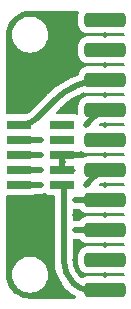
<source format=gbr>
%TF.GenerationSoftware,KiCad,Pcbnew,(6.0.5)*%
%TF.CreationDate,2022-06-17T13:24:51+08:00*%
%TF.ProjectId,JLINK_MINI_ADAPTER,4a4c494e-4b5f-44d4-994e-495f41444150,rev?*%
%TF.SameCoordinates,PX853a720PY66f2fb0*%
%TF.FileFunction,Copper,L2,Bot*%
%TF.FilePolarity,Positive*%
%FSLAX46Y46*%
G04 Gerber Fmt 4.6, Leading zero omitted, Abs format (unit mm)*
G04 Created by KiCad (PCBNEW (6.0.5)) date 2022-06-17 13:24:51*
%MOMM*%
%LPD*%
G01*
G04 APERTURE LIST*
G04 Aperture macros list*
%AMRoundRect*
0 Rectangle with rounded corners*
0 $1 Rounding radius*
0 $2 $3 $4 $5 $6 $7 $8 $9 X,Y pos of 4 corners*
0 Add a 4 corners polygon primitive as box body*
4,1,4,$2,$3,$4,$5,$6,$7,$8,$9,$2,$3,0*
0 Add four circle primitives for the rounded corners*
1,1,$1+$1,$2,$3*
1,1,$1+$1,$4,$5*
1,1,$1+$1,$6,$7*
1,1,$1+$1,$8,$9*
0 Add four rect primitives between the rounded corners*
20,1,$1+$1,$2,$3,$4,$5,0*
20,1,$1+$1,$4,$5,$6,$7,0*
20,1,$1+$1,$6,$7,$8,$9,0*
20,1,$1+$1,$8,$9,$2,$3,0*%
G04 Aperture macros list end*
%TA.AperFunction,SMDPad,CuDef*%
%ADD10R,2.100000X0.750000*%
%TD*%
%TA.AperFunction,SMDPad,CuDef*%
%ADD11RoundRect,0.312500X-1.437500X-0.312500X1.437500X-0.312500X1.437500X0.312500X-1.437500X0.312500X0*%
%TD*%
%TA.AperFunction,ViaPad*%
%ADD12C,0.508000*%
%TD*%
%TA.AperFunction,Conductor*%
%ADD13C,0.508000*%
%TD*%
%TA.AperFunction,Conductor*%
%ADD14C,0.254000*%
%TD*%
G04 APERTURE END LIST*
D10*
%TO.P,J1,1,Pin_1*%
%TO.N,/VTref*%
X5229000Y10160000D03*
%TO.P,J1,2,Pin_2*%
%TO.N,/SWDIO{slash}TMS*%
X1629000Y10160000D03*
%TO.P,J1,3,Pin_3*%
%TO.N,/GND*%
X5229000Y11430000D03*
%TO.P,J1,4,Pin_4*%
%TO.N,/SWCLK{slash}TCK*%
X1629000Y11430000D03*
%TO.P,J1,5,Pin_5*%
%TO.N,/GND*%
X5229000Y12700000D03*
%TO.P,J1,6,Pin_6*%
%TO.N,/SWO{slash}TDO*%
X1629000Y12700000D03*
%TO.P,J1,7,Pin_7*%
%TO.N,unconnected-(J1-Pad7)*%
X5229000Y13970000D03*
%TO.P,J1,8,Pin_8*%
%TO.N,/TDI*%
X1629000Y13970000D03*
%TO.P,J1,9,Pin_9*%
%TO.N,unconnected-(J1-Pad9)*%
X5229000Y15240000D03*
%TO.P,J1,10,Pin_10*%
%TO.N,/nRESET*%
X1629000Y15240000D03*
%TD*%
D11*
%TO.P,J2,1,Pin_1*%
%TO.N,/VTref*%
X8890000Y1270000D03*
%TO.P,J2,3,Pin_3*%
%TO.N,unconnected-(J2-Pad3)*%
X8890000Y3810000D03*
%TO.P,J2,5,Pin_5*%
%TO.N,/TDI*%
X8890000Y6350000D03*
%TO.P,J2,7,Pin_7*%
%TO.N,/SWDIO{slash}TMS*%
X8890000Y8890000D03*
%TO.P,J2,9,Pin_9*%
%TO.N,/SWCLK{slash}TCK*%
X8890000Y11430000D03*
%TO.P,J2,11,Pin_11*%
%TO.N,unconnected-(J2-Pad11)*%
X8890000Y13970000D03*
%TO.P,J2,13,Pin_13*%
%TO.N,/SWO{slash}TDO*%
X8890000Y16510000D03*
%TO.P,J2,15,Pin_15*%
%TO.N,/nRESET*%
X8890000Y19050000D03*
%TO.P,J2,17,Pin_17*%
%TO.N,unconnected-(J2-Pad17)*%
X8890000Y21590000D03*
%TO.P,J2,19,Pin_19*%
%TO.N,unconnected-(J2-Pad19)*%
X8890000Y24130000D03*
%TD*%
D12*
%TO.N,/SWDIO{slash}TMS*%
X3429000Y10160000D03*
X6350000Y8890000D03*
%TO.N,/GND*%
X6223000Y16510000D03*
X889000Y16510000D03*
X8890000Y20320000D03*
X4826000Y19050000D03*
X4064000Y24130000D03*
X8890000Y2540000D03*
X4064000Y21590000D03*
X4191000Y4064000D03*
X6350000Y7620000D03*
X2794000Y17272000D03*
X8890000Y15240000D03*
X8890000Y17780000D03*
X6223000Y21590000D03*
X889000Y21590000D03*
X5334000Y889000D03*
X8890000Y7620000D03*
X1016000Y4318000D03*
X1016000Y8636000D03*
X6350000Y3810000D03*
X1016000Y6604000D03*
X5334000Y12065000D03*
X8890000Y5080000D03*
X8890000Y12700000D03*
X8890000Y22860000D03*
X3810000Y889000D03*
X2921000Y6223000D03*
X889000Y19050000D03*
X6223000Y24130000D03*
X8890000Y10160000D03*
%TO.N,/SWCLK{slash}TCK*%
X7239000Y10160000D03*
X3429000Y11430000D03*
%TO.N,/SWO{slash}TDO*%
X3429000Y12700000D03*
X7239000Y15240000D03*
%TO.N,/TDI*%
X3429000Y13970000D03*
X6350000Y6350000D03*
%TD*%
D13*
%TO.N,/VTref*%
X8890000Y1270000D02*
X7449420Y1270000D01*
X5379000Y3815596D02*
X5379000Y10160000D01*
X5378999Y3815596D02*
G75*
G03*
X6223000Y1778000I2881601J4D01*
G01*
X6222994Y1777994D02*
G75*
G03*
X7449420Y1270000I1226406J1226406D01*
G01*
%TO.N,/SWDIO{slash}TMS*%
X1479000Y10160000D02*
X3429000Y10160000D01*
X8890000Y8890000D02*
X6350000Y8890000D01*
D14*
%TO.N,/GND*%
X5379000Y11430000D02*
X6236290Y11430000D01*
D13*
%TO.N,/SWCLK{slash}TCK*%
X8239593Y11160592D02*
X7239000Y10160000D01*
X1479000Y11430000D02*
X3429000Y11430000D01*
X8239596Y11160589D02*
G75*
G02*
X8890000Y11430000I650404J-650389D01*
G01*
%TO.N,/SWO{slash}TDO*%
X8239593Y16240592D02*
X7239000Y15240000D01*
X1479000Y12700000D02*
X3429000Y12700000D01*
X8239596Y16240589D02*
G75*
G02*
X8890000Y16510000I650404J-650389D01*
G01*
%TO.N,/TDI*%
X1479000Y13970000D02*
X3429000Y13970000D01*
X8890000Y6350000D02*
X6350000Y6350000D01*
%TO.N,/nRESET*%
X1821580Y15240000D02*
X1479000Y15240000D01*
X4553949Y17253949D02*
X3048000Y15748000D01*
X4553950Y17253948D02*
G75*
G02*
X8890000Y19050000I4336050J-4336048D01*
G01*
X1821580Y15240009D02*
G75*
G03*
X3048000Y15748000I20J1734391D01*
G01*
%TD*%
%TA.AperFunction,Conductor*%
%TO.N,/SWCLK{slash}TCK*%
G36*
X1647490Y11759754D02*
G01*
X1691024Y11740163D01*
X1691211Y11740079D01*
X1717296Y11730331D01*
X1739232Y11722134D01*
X1739238Y11722132D01*
X1739436Y11722058D01*
X1786463Y11708352D01*
X1833804Y11698376D01*
X1882968Y11691541D01*
X1935465Y11687264D01*
X1945748Y11686850D01*
X1992749Y11684959D01*
X1992768Y11684959D01*
X1992806Y11684957D01*
X1992863Y11684956D01*
X1992870Y11684956D01*
X2006823Y11684754D01*
X2056502Y11684035D01*
X2128063Y11683911D01*
X2197287Y11683987D01*
X2205564Y11680569D01*
X2209000Y11672287D01*
X2209000Y11187713D01*
X2205573Y11179440D01*
X2197287Y11176013D01*
X2128063Y11176090D01*
X2056502Y11175966D01*
X2006823Y11175247D01*
X1992870Y11175045D01*
X1992863Y11175045D01*
X1992806Y11175044D01*
X1992768Y11175042D01*
X1992749Y11175042D01*
X1945748Y11173151D01*
X1935465Y11172737D01*
X1882968Y11168460D01*
X1833804Y11161625D01*
X1786463Y11151649D01*
X1739436Y11137943D01*
X1739238Y11137869D01*
X1739232Y11137867D01*
X1717296Y11129670D01*
X1691211Y11119922D01*
X1668839Y11109853D01*
X1647491Y11100246D01*
X1638540Y11099975D01*
X1634579Y11102482D01*
X1302769Y11421567D01*
X1299181Y11429771D01*
X1302769Y11438433D01*
X1634579Y11757518D01*
X1642918Y11760783D01*
X1647490Y11759754D01*
G37*
%TD.AperFunction*%
%TD*%
%TA.AperFunction,Conductor*%
%TO.N,/SWCLK{slash}TCK*%
G36*
X8453270Y11866118D02*
G01*
X9173558Y11539169D01*
X9179675Y11532629D01*
X9179179Y11523266D01*
X8824265Y10816180D01*
X8817491Y10810324D01*
X8812463Y10809807D01*
X8810519Y10810032D01*
X8795216Y10811803D01*
X8725721Y10819845D01*
X8725684Y10819849D01*
X8639512Y10829149D01*
X8639497Y10829150D01*
X8639352Y10829166D01*
X8639215Y10829176D01*
X8639190Y10829178D01*
X8576907Y10833609D01*
X8559721Y10834832D01*
X8530719Y10834837D01*
X8485380Y10834845D01*
X8485062Y10834845D01*
X8445692Y10830638D01*
X8414008Y10827252D01*
X8414003Y10827251D01*
X8413609Y10827209D01*
X8372041Y10816949D01*
X8344014Y10810032D01*
X8344010Y10810031D01*
X8343594Y10809928D01*
X8273253Y10781002D01*
X8272905Y10780797D01*
X8272896Y10780793D01*
X8225512Y10752948D01*
X8200819Y10738437D01*
X8124525Y10680234D01*
X8050866Y10612042D01*
X8042469Y10608938D01*
X8034647Y10612356D01*
X7691531Y10955473D01*
X7688104Y10963746D01*
X7691392Y10971878D01*
X7797036Y11081165D01*
X7797045Y11081174D01*
X7797114Y11081246D01*
X7890183Y11184975D01*
X7967223Y11277757D01*
X8032853Y11362554D01*
X8091691Y11442328D01*
X8148334Y11520010D01*
X8148437Y11520148D01*
X8207346Y11598494D01*
X8207571Y11598785D01*
X8273502Y11680958D01*
X8273809Y11681325D01*
X8351367Y11770284D01*
X8351705Y11770654D01*
X8439953Y11863523D01*
X8448136Y11867160D01*
X8453270Y11866118D01*
G37*
%TD.AperFunction*%
%TD*%
%TA.AperFunction,Conductor*%
%TO.N,/SWDIO{slash}TMS*%
G36*
X1647490Y10489754D02*
G01*
X1691024Y10470163D01*
X1691211Y10470079D01*
X1717296Y10460331D01*
X1739232Y10452134D01*
X1739238Y10452132D01*
X1739436Y10452058D01*
X1786463Y10438352D01*
X1833804Y10428376D01*
X1882968Y10421541D01*
X1935465Y10417264D01*
X1945748Y10416850D01*
X1992749Y10414959D01*
X1992768Y10414959D01*
X1992806Y10414957D01*
X1992863Y10414956D01*
X1992870Y10414956D01*
X2006823Y10414754D01*
X2056502Y10414035D01*
X2128063Y10413911D01*
X2197287Y10413987D01*
X2205564Y10410569D01*
X2209000Y10402287D01*
X2209000Y9917713D01*
X2205573Y9909440D01*
X2197287Y9906013D01*
X2128063Y9906090D01*
X2056502Y9905966D01*
X2006823Y9905247D01*
X1992870Y9905045D01*
X1992863Y9905045D01*
X1992806Y9905044D01*
X1992768Y9905042D01*
X1992749Y9905042D01*
X1945748Y9903151D01*
X1935465Y9902737D01*
X1882968Y9898460D01*
X1833804Y9891625D01*
X1786463Y9881649D01*
X1739436Y9867943D01*
X1739238Y9867869D01*
X1739232Y9867867D01*
X1717296Y9859670D01*
X1691211Y9849922D01*
X1668839Y9839853D01*
X1647491Y9830246D01*
X1638540Y9829975D01*
X1634579Y9832482D01*
X1302769Y10151567D01*
X1299181Y10159771D01*
X1302769Y10168433D01*
X1634579Y10487518D01*
X1642918Y10490783D01*
X1647490Y10489754D01*
G37*
%TD.AperFunction*%
%TD*%
%TA.AperFunction,Conductor*%
%TO.N,/GND*%
G36*
X3814660Y9420300D02*
G01*
X3815739Y9421739D01*
X3932295Y9334385D01*
X4068684Y9283255D01*
X4130866Y9276500D01*
X4490500Y9276500D01*
X4558621Y9256498D01*
X4605114Y9202842D01*
X4616500Y9150500D01*
X4616500Y3878037D01*
X4615274Y3860501D01*
X4611974Y3837020D01*
X4611675Y3815595D01*
X4612115Y3811671D01*
X4612166Y3810627D01*
X4612631Y3804854D01*
X4613992Y3777160D01*
X4629673Y3457980D01*
X4682210Y3103810D01*
X4682960Y3100816D01*
X4759485Y2795312D01*
X4769208Y2756494D01*
X4770245Y2753595D01*
X4770248Y2753586D01*
X4795717Y2682407D01*
X4889830Y2419379D01*
X4891146Y2416596D01*
X4891150Y2416587D01*
X4977672Y2233653D01*
X5042915Y2095709D01*
X5044498Y2093068D01*
X5225398Y1791253D01*
X5225404Y1791244D01*
X5226987Y1788603D01*
X5228830Y1786118D01*
X5339140Y1637383D01*
X5440275Y1501018D01*
X5613249Y1310171D01*
X5653773Y1265460D01*
X5661039Y1256675D01*
X5665481Y1250780D01*
X5680419Y1235419D01*
X5683514Y1232948D01*
X5683523Y1232940D01*
X5690087Y1227700D01*
X5695433Y1223183D01*
X5890159Y1049167D01*
X6118883Y886879D01*
X6121975Y885170D01*
X6121980Y885167D01*
X6302756Y785257D01*
X6364340Y751221D01*
X6367601Y749870D01*
X6370795Y748332D01*
X6370096Y746881D01*
X6420382Y706349D01*
X6442795Y638983D01*
X6425230Y570194D01*
X6373262Y521821D01*
X6316875Y508500D01*
X2589367Y508500D01*
X2569982Y510000D01*
X2555149Y512310D01*
X2555145Y512310D01*
X2546276Y513691D01*
X2537374Y512527D01*
X2537371Y512527D01*
X2529988Y511561D01*
X2505409Y510767D01*
X2460799Y513691D01*
X2283078Y525340D01*
X2266738Y527491D01*
X2144522Y551801D01*
X2022304Y576112D01*
X2006394Y580375D01*
X1770398Y660485D01*
X1755174Y666791D01*
X1531658Y777016D01*
X1517384Y785257D01*
X1310171Y923713D01*
X1297095Y933746D01*
X1109722Y1098068D01*
X1098068Y1109722D01*
X933746Y1297095D01*
X923713Y1310171D01*
X785257Y1517384D01*
X777016Y1531658D01*
X666791Y1755174D01*
X660484Y1770400D01*
X580375Y2006394D01*
X576111Y2022307D01*
X573310Y2036392D01*
X527491Y2266738D01*
X525340Y2283078D01*
X511476Y2494593D01*
X512650Y2517768D01*
X512334Y2517796D01*
X512770Y2522656D01*
X513576Y2527448D01*
X513729Y2540000D01*
X1010786Y2540000D01*
X1029613Y2300778D01*
X1030767Y2295971D01*
X1030768Y2295965D01*
X1053999Y2199202D01*
X1085631Y2067447D01*
X1087524Y2062876D01*
X1087525Y2062874D01*
X1152790Y1905311D01*
X1177460Y1845751D01*
X1302840Y1641151D01*
X1458682Y1458682D01*
X1641151Y1302840D01*
X1845751Y1177460D01*
X1850321Y1175567D01*
X1850323Y1175566D01*
X2037421Y1098068D01*
X2067447Y1085631D01*
X2149037Y1066043D01*
X2295965Y1030768D01*
X2295971Y1030767D01*
X2300778Y1029613D01*
X2540000Y1010786D01*
X2779222Y1029613D01*
X2784029Y1030767D01*
X2784035Y1030768D01*
X2930963Y1066043D01*
X3012553Y1085631D01*
X3042579Y1098068D01*
X3229677Y1175566D01*
X3229679Y1175567D01*
X3234249Y1177460D01*
X3438849Y1302840D01*
X3621318Y1458682D01*
X3777160Y1641151D01*
X3902540Y1845751D01*
X3927211Y1905311D01*
X3992475Y2062874D01*
X3992476Y2062876D01*
X3994369Y2067447D01*
X4026001Y2199202D01*
X4049232Y2295965D01*
X4049233Y2295971D01*
X4050387Y2300778D01*
X4069214Y2540000D01*
X4050387Y2779222D01*
X4049233Y2784029D01*
X4049232Y2784035D01*
X3995524Y3007741D01*
X3994369Y3012553D01*
X3992475Y3017126D01*
X3904434Y3229677D01*
X3904433Y3229679D01*
X3902540Y3234249D01*
X3777160Y3438849D01*
X3621318Y3621318D01*
X3438849Y3777160D01*
X3234249Y3902540D01*
X3229679Y3904433D01*
X3229677Y3904434D01*
X3017126Y3992475D01*
X3017124Y3992476D01*
X3012553Y3994369D01*
X2930963Y4013957D01*
X2784035Y4049232D01*
X2784029Y4049233D01*
X2779222Y4050387D01*
X2540000Y4069214D01*
X2300778Y4050387D01*
X2295971Y4049233D01*
X2295965Y4049232D01*
X2149037Y4013957D01*
X2067447Y3994369D01*
X2062876Y3992476D01*
X2062874Y3992475D01*
X1850323Y3904434D01*
X1850321Y3904433D01*
X1845751Y3902540D01*
X1641151Y3777160D01*
X1458682Y3621318D01*
X1302840Y3438849D01*
X1177460Y3234249D01*
X1175567Y3229679D01*
X1175566Y3229677D01*
X1087525Y3017126D01*
X1085631Y3012553D01*
X1084476Y3007741D01*
X1030768Y2784035D01*
X1030767Y2784029D01*
X1029613Y2779222D01*
X1011274Y2546200D01*
X1010786Y2540000D01*
X513729Y2540000D01*
X509773Y2567624D01*
X508500Y2585486D01*
X508500Y9150500D01*
X528502Y9218621D01*
X582158Y9265114D01*
X634500Y9276500D01*
X2727134Y9276500D01*
X2789316Y9283255D01*
X2925705Y9334385D01*
X2976331Y9372327D01*
X3042835Y9397174D01*
X3051894Y9397500D01*
X3369659Y9397500D01*
X3386323Y9396393D01*
X3405948Y9393774D01*
X3405953Y9393774D01*
X3412930Y9392843D01*
X3419941Y9393481D01*
X3419945Y9393481D01*
X3458399Y9396981D01*
X3469819Y9397500D01*
X3473525Y9397500D01*
X3505506Y9401228D01*
X3508633Y9401552D01*
X3576273Y9407708D01*
X3576275Y9407708D01*
X3583292Y9408347D01*
X3589993Y9410524D01*
X3590917Y9410714D01*
X3596406Y9411595D01*
X3598337Y9412052D01*
X3605607Y9412899D01*
X3674505Y9437907D01*
X3678553Y9439299D01*
X3696767Y9445217D01*
X3767735Y9447244D01*
X3814660Y9420300D01*
G37*
%TD.AperFunction*%
%TA.AperFunction,Conductor*%
G36*
X6307323Y5586393D02*
G01*
X6326948Y5583774D01*
X6326953Y5583774D01*
X6333930Y5582843D01*
X6340941Y5583481D01*
X6340945Y5583481D01*
X6379399Y5586981D01*
X6390819Y5587500D01*
X6700515Y5587500D01*
X6768636Y5567498D01*
X6798987Y5540109D01*
X6868292Y5453292D01*
X7012240Y5338379D01*
X7178070Y5258214D01*
X7184931Y5256630D01*
X7352341Y5217980D01*
X7352344Y5217980D01*
X7357540Y5216780D01*
X7362396Y5216500D01*
X10414500Y5216500D01*
X10482621Y5196498D01*
X10529114Y5142842D01*
X10540500Y5090500D01*
X10540500Y5069500D01*
X10520498Y5001379D01*
X10466842Y4954886D01*
X10414500Y4943500D01*
X7362396Y4943500D01*
X7357540Y4943220D01*
X7352344Y4942020D01*
X7352341Y4942020D01*
X7184931Y4903370D01*
X7178070Y4901786D01*
X7012240Y4821621D01*
X6868292Y4706708D01*
X6753379Y4562760D01*
X6673214Y4396930D01*
X6631780Y4217460D01*
X6631500Y4212604D01*
X6631500Y3407396D01*
X6631780Y3402540D01*
X6632980Y3397344D01*
X6632980Y3397341D01*
X6646852Y3337255D01*
X6673214Y3223070D01*
X6676280Y3216728D01*
X6725117Y3115704D01*
X6753379Y3057240D01*
X6868292Y2913292D01*
X7012240Y2798379D01*
X7178070Y2718214D01*
X7184931Y2716630D01*
X7352341Y2677980D01*
X7352344Y2677980D01*
X7357540Y2676780D01*
X7362396Y2676500D01*
X10414500Y2676500D01*
X10482621Y2656498D01*
X10529114Y2602842D01*
X10540500Y2550500D01*
X10540500Y2529500D01*
X10520498Y2461379D01*
X10466842Y2414886D01*
X10414500Y2403500D01*
X7362396Y2403500D01*
X7357540Y2403220D01*
X7352344Y2402020D01*
X7352341Y2402020D01*
X7184931Y2363370D01*
X7178070Y2361786D01*
X7122842Y2335088D01*
X7028243Y2289357D01*
X7012240Y2281621D01*
X6991361Y2264953D01*
X6985807Y2260520D01*
X6920090Y2233653D01*
X6850280Y2246581D01*
X6825370Y2263180D01*
X6794720Y2289357D01*
X6782336Y2302339D01*
X6782333Y2302336D01*
X6777418Y2307390D01*
X6773104Y2312952D01*
X6767667Y2317418D01*
X6767663Y2317422D01*
X6753657Y2328926D01*
X6739684Y2342330D01*
X6608538Y2489083D01*
X6599730Y2500127D01*
X6470396Y2682407D01*
X6462879Y2694370D01*
X6457539Y2704032D01*
X6354779Y2889964D01*
X6348651Y2902687D01*
X6346078Y2908899D01*
X6263119Y3109179D01*
X6258460Y3122493D01*
X6196589Y3337255D01*
X6193445Y3351030D01*
X6156009Y3571357D01*
X6154427Y3585398D01*
X6152230Y3624531D01*
X6144022Y3770682D01*
X6144817Y3793535D01*
X6145367Y3797892D01*
X6145367Y3797893D01*
X6146250Y3804883D01*
X6144813Y3819544D01*
X6142101Y3847198D01*
X6141500Y3859493D01*
X6141500Y5461500D01*
X6161502Y5529621D01*
X6215158Y5576114D01*
X6267500Y5587500D01*
X6290659Y5587500D01*
X6307323Y5586393D01*
G37*
%TD.AperFunction*%
%TA.AperFunction,Conductor*%
G36*
X6307323Y8126393D02*
G01*
X6326948Y8123774D01*
X6326953Y8123774D01*
X6333930Y8122843D01*
X6340941Y8123481D01*
X6340945Y8123481D01*
X6379399Y8126981D01*
X6390819Y8127500D01*
X6700515Y8127500D01*
X6768636Y8107498D01*
X6798987Y8080109D01*
X6868292Y7993292D01*
X7012240Y7878379D01*
X7178070Y7798214D01*
X7184931Y7796630D01*
X7352341Y7757980D01*
X7352344Y7757980D01*
X7357540Y7756780D01*
X7362396Y7756500D01*
X10414500Y7756500D01*
X10482621Y7736498D01*
X10529114Y7682842D01*
X10540500Y7630500D01*
X10540500Y7609500D01*
X10520498Y7541379D01*
X10466842Y7494886D01*
X10414500Y7483500D01*
X7362396Y7483500D01*
X7357540Y7483220D01*
X7352344Y7482020D01*
X7352341Y7482020D01*
X7184931Y7443370D01*
X7178070Y7441786D01*
X7012240Y7361621D01*
X6868292Y7246708D01*
X6863899Y7241205D01*
X6798986Y7159891D01*
X6740855Y7119132D01*
X6700515Y7112500D01*
X6403150Y7112500D01*
X6388231Y7113386D01*
X6384903Y7113783D01*
X6355357Y7117306D01*
X6348354Y7116570D01*
X6348351Y7116570D01*
X6313164Y7112872D01*
X6308599Y7112500D01*
X6305475Y7112500D01*
X6301849Y7112077D01*
X6301845Y7112077D01*
X6282090Y7109774D01*
X6212112Y7121753D01*
X6159718Y7169664D01*
X6141500Y7234926D01*
X6141500Y8001500D01*
X6161502Y8069621D01*
X6215158Y8116114D01*
X6267500Y8127500D01*
X6290659Y8127500D01*
X6307323Y8126393D01*
G37*
%TD.AperFunction*%
%TA.AperFunction,Conductor*%
G36*
X10482621Y10276498D02*
G01*
X10529114Y10222842D01*
X10540500Y10170500D01*
X10540500Y10149500D01*
X10520498Y10081379D01*
X10466842Y10034886D01*
X10414500Y10023500D01*
X8492583Y10023500D01*
X8424462Y10043502D01*
X8377969Y10097158D01*
X8367865Y10167432D01*
X8397359Y10232012D01*
X8406984Y10241959D01*
X8429667Y10262959D01*
X8493243Y10294560D01*
X8515266Y10296500D01*
X10414500Y10296500D01*
X10482621Y10276498D01*
G37*
%TD.AperFunction*%
%TA.AperFunction,Conductor*%
G36*
X6971929Y12990559D02*
G01*
X7012240Y12958379D01*
X7018583Y12955313D01*
X7018584Y12955312D01*
X7098352Y12916751D01*
X7178070Y12878214D01*
X7184931Y12876630D01*
X7352341Y12837980D01*
X7352344Y12837980D01*
X7357540Y12836780D01*
X7362396Y12836500D01*
X10414500Y12836500D01*
X10482621Y12816498D01*
X10529114Y12762842D01*
X10540500Y12710500D01*
X10540500Y12689500D01*
X10520498Y12621379D01*
X10466842Y12574886D01*
X10414500Y12563500D01*
X7362396Y12563500D01*
X7357540Y12563220D01*
X7352344Y12562020D01*
X7352341Y12562020D01*
X7237684Y12535549D01*
X7178070Y12521786D01*
X7171727Y12518720D01*
X7171728Y12518720D01*
X7036958Y12453570D01*
X7012240Y12441621D01*
X6973143Y12410410D01*
X6907428Y12383544D01*
X6837618Y12396471D01*
X6811952Y12420588D01*
X6810486Y12418896D01*
X6781135Y12444329D01*
X6773452Y12446000D01*
X5501115Y12446000D01*
X5485876Y12441525D01*
X5484671Y12440135D01*
X5483000Y12432452D01*
X5483000Y11302000D01*
X5462998Y11233879D01*
X5409342Y11187386D01*
X5357000Y11176000D01*
X5101000Y11176000D01*
X5032879Y11196002D01*
X4986386Y11249658D01*
X4975000Y11302000D01*
X4975000Y12828000D01*
X4995002Y12896121D01*
X5048658Y12942614D01*
X5101000Y12954000D01*
X6768884Y12954000D01*
X6784122Y12958474D01*
X6798095Y12974600D01*
X6857821Y13012984D01*
X6928817Y13012984D01*
X6971929Y12990559D01*
G37*
%TD.AperFunction*%
%TA.AperFunction,Conductor*%
G36*
X10482621Y15356498D02*
G01*
X10529114Y15302842D01*
X10540500Y15250500D01*
X10540500Y15229500D01*
X10520498Y15161379D01*
X10466842Y15114886D01*
X10414500Y15103500D01*
X8492583Y15103500D01*
X8424462Y15123502D01*
X8377969Y15177158D01*
X8367865Y15247432D01*
X8397359Y15312012D01*
X8406984Y15321959D01*
X8429667Y15342959D01*
X8493243Y15374560D01*
X8515266Y15376500D01*
X10414500Y15376500D01*
X10482621Y15356498D01*
G37*
%TD.AperFunction*%
%TA.AperFunction,Conductor*%
G36*
X7171067Y17961599D02*
G01*
X7178070Y17958214D01*
X7184931Y17956630D01*
X7352341Y17917980D01*
X7352344Y17917980D01*
X7357540Y17916780D01*
X7362396Y17916500D01*
X10414500Y17916500D01*
X10482621Y17896498D01*
X10529114Y17842842D01*
X10540500Y17790500D01*
X10540500Y17769500D01*
X10520498Y17701379D01*
X10466842Y17654886D01*
X10414500Y17643500D01*
X7362396Y17643500D01*
X7357540Y17643220D01*
X7352344Y17642020D01*
X7352341Y17642020D01*
X7184931Y17603370D01*
X7178070Y17601786D01*
X7012240Y17521621D01*
X6868292Y17406708D01*
X6753379Y17262760D01*
X6673214Y17096930D01*
X6671630Y17090069D01*
X6650286Y16997616D01*
X6631780Y16917460D01*
X6631500Y16912604D01*
X6631500Y16207753D01*
X6611498Y16139632D01*
X6557842Y16093139D01*
X6487568Y16083035D01*
X6461271Y16089771D01*
X6396718Y16113971D01*
X6396712Y16113973D01*
X6389316Y16116745D01*
X6327134Y16123500D01*
X4806028Y16123500D01*
X4737907Y16143502D01*
X4691414Y16197158D01*
X4681310Y16267432D01*
X4710804Y16332012D01*
X4716933Y16338595D01*
X5053351Y16675013D01*
X5065213Y16685471D01*
X5088901Y16703846D01*
X5107422Y16726394D01*
X5119258Y16738943D01*
X5399090Y16997616D01*
X5406613Y17004041D01*
X5590795Y17149239D01*
X5729950Y17258940D01*
X5737939Y17264744D01*
X6080271Y17493483D01*
X6088707Y17498652D01*
X6447937Y17699831D01*
X6456742Y17704318D01*
X6830648Y17876691D01*
X6839785Y17880476D01*
X7072617Y17966372D01*
X7143450Y17971184D01*
X7171067Y17961599D01*
G37*
%TD.AperFunction*%
%TA.AperFunction,Conductor*%
G36*
X6625687Y24871498D02*
G01*
X6672180Y24817842D01*
X6682284Y24747568D01*
X6676412Y24723646D01*
X6676282Y24723276D01*
X6673214Y24716930D01*
X6631780Y24537460D01*
X6631500Y24532604D01*
X6631500Y23727396D01*
X6631780Y23722540D01*
X6673214Y23543070D01*
X6676280Y23536728D01*
X6745464Y23393614D01*
X6753379Y23377240D01*
X6868292Y23233292D01*
X7012240Y23118379D01*
X7178070Y23038214D01*
X7184931Y23036630D01*
X7352341Y22997980D01*
X7352344Y22997980D01*
X7357540Y22996780D01*
X7362396Y22996500D01*
X10414500Y22996500D01*
X10482621Y22976498D01*
X10529114Y22922842D01*
X10540500Y22870500D01*
X10540500Y22849500D01*
X10520498Y22781379D01*
X10466842Y22734886D01*
X10414500Y22723500D01*
X7362396Y22723500D01*
X7357540Y22723220D01*
X7352344Y22722020D01*
X7352341Y22722020D01*
X7184931Y22683370D01*
X7178070Y22681786D01*
X7012240Y22601621D01*
X6868292Y22486708D01*
X6753379Y22342760D01*
X6673214Y22176930D01*
X6631780Y21997460D01*
X6631500Y21992604D01*
X6631500Y21187396D01*
X6631780Y21182540D01*
X6673214Y21003070D01*
X6753379Y20837240D01*
X6868292Y20693292D01*
X7012240Y20578379D01*
X7178070Y20498214D01*
X7184931Y20496630D01*
X7352341Y20457980D01*
X7352344Y20457980D01*
X7357540Y20456780D01*
X7362396Y20456500D01*
X10414500Y20456500D01*
X10482621Y20436498D01*
X10529114Y20382842D01*
X10540500Y20330500D01*
X10540500Y20309500D01*
X10520498Y20241379D01*
X10466842Y20194886D01*
X10414500Y20183500D01*
X7362396Y20183500D01*
X7357540Y20183220D01*
X7352344Y20182020D01*
X7352341Y20182020D01*
X7184931Y20143370D01*
X7178070Y20141786D01*
X7012240Y20061621D01*
X6868292Y19946708D01*
X6753379Y19802760D01*
X6673214Y19636930D01*
X6671630Y19630069D01*
X6641502Y19499572D01*
X6606688Y19437697D01*
X6558522Y19408364D01*
X6481174Y19382620D01*
X6479047Y19381912D01*
X6476987Y19381059D01*
X6476977Y19381055D01*
X6026119Y19194303D01*
X6026114Y19194300D01*
X6024053Y19193447D01*
X5583662Y18973003D01*
X5160120Y18721704D01*
X4755585Y18440830D01*
X4372117Y18131812D01*
X4038416Y17821125D01*
X4032861Y17816469D01*
X4032897Y17816427D01*
X4029890Y17813850D01*
X4026729Y17811468D01*
X4011368Y17796530D01*
X4008903Y17793442D01*
X3988751Y17768198D01*
X3979374Y17757712D01*
X2548606Y16326944D01*
X2536737Y16316479D01*
X2513048Y16298104D01*
X2499931Y16282135D01*
X2484401Y16266304D01*
X2400394Y16194556D01*
X2384411Y16182944D01*
X2320047Y16143502D01*
X2317705Y16142067D01*
X2251871Y16123500D01*
X634500Y16123500D01*
X566379Y16143502D01*
X519886Y16197158D01*
X508500Y16249500D01*
X508500Y22806750D01*
X510246Y22827655D01*
X512770Y22842656D01*
X512770Y22842659D01*
X513576Y22847448D01*
X513729Y22860000D01*
X1010786Y22860000D01*
X1029613Y22620778D01*
X1030767Y22615971D01*
X1030768Y22615965D01*
X1060746Y22491101D01*
X1085631Y22387447D01*
X1087524Y22382876D01*
X1087525Y22382874D01*
X1172830Y22176930D01*
X1177460Y22165751D01*
X1302840Y21961151D01*
X1458682Y21778682D01*
X1641151Y21622840D01*
X1845751Y21497460D01*
X1850321Y21495567D01*
X1850323Y21495566D01*
X2062874Y21407525D01*
X2067447Y21405631D01*
X2149037Y21386043D01*
X2295965Y21350768D01*
X2295971Y21350767D01*
X2300778Y21349613D01*
X2540000Y21330786D01*
X2779222Y21349613D01*
X2784029Y21350767D01*
X2784035Y21350768D01*
X2930963Y21386043D01*
X3012553Y21405631D01*
X3017126Y21407525D01*
X3229677Y21495566D01*
X3229679Y21495567D01*
X3234249Y21497460D01*
X3438849Y21622840D01*
X3621318Y21778682D01*
X3777160Y21961151D01*
X3902540Y22165751D01*
X3907171Y22176930D01*
X3992475Y22382874D01*
X3992476Y22382876D01*
X3994369Y22387447D01*
X4019254Y22491101D01*
X4049232Y22615965D01*
X4049233Y22615971D01*
X4050387Y22620778D01*
X4069214Y22860000D01*
X4050387Y23099222D01*
X4049233Y23104029D01*
X4049232Y23104035D01*
X3995524Y23327741D01*
X3994369Y23332553D01*
X3992475Y23337126D01*
X3904434Y23549677D01*
X3904433Y23549679D01*
X3902540Y23554249D01*
X3777160Y23758849D01*
X3621318Y23941318D01*
X3438849Y24097160D01*
X3234249Y24222540D01*
X3229679Y24224433D01*
X3229677Y24224434D01*
X3017126Y24312475D01*
X3017124Y24312476D01*
X3012553Y24314369D01*
X2930963Y24333957D01*
X2784035Y24369232D01*
X2784029Y24369233D01*
X2779222Y24370387D01*
X2540000Y24389214D01*
X2300778Y24370387D01*
X2295971Y24369233D01*
X2295965Y24369232D01*
X2149037Y24333957D01*
X2067447Y24314369D01*
X2062876Y24312476D01*
X2062874Y24312475D01*
X1850323Y24224434D01*
X1850321Y24224433D01*
X1845751Y24222540D01*
X1641151Y24097160D01*
X1458682Y23941318D01*
X1302840Y23758849D01*
X1177460Y23554249D01*
X1175567Y23549679D01*
X1175566Y23549677D01*
X1087525Y23337126D01*
X1085631Y23332553D01*
X1084476Y23327741D01*
X1030768Y23104035D01*
X1030767Y23104029D01*
X1029613Y23099222D01*
X1011274Y22866200D01*
X1010786Y22860000D01*
X513729Y22860000D01*
X512003Y22872053D01*
X511001Y22898155D01*
X525340Y23116922D01*
X527491Y23133262D01*
X576111Y23377693D01*
X580375Y23393606D01*
X660485Y23629602D01*
X666791Y23644826D01*
X777016Y23868342D01*
X785257Y23882616D01*
X923713Y24089829D01*
X933746Y24102905D01*
X1098068Y24290278D01*
X1109722Y24301932D01*
X1297095Y24466254D01*
X1310171Y24476287D01*
X1517384Y24614743D01*
X1531658Y24622984D01*
X1755174Y24733209D01*
X1770400Y24739516D01*
X2006394Y24819625D01*
X2022304Y24823888D01*
X2144523Y24848199D01*
X2266738Y24872509D01*
X2283078Y24874660D01*
X2431866Y24884413D01*
X2498237Y24888763D01*
X2521350Y24887733D01*
X2524854Y24887690D01*
X2533724Y24886309D01*
X2542626Y24887473D01*
X2542628Y24887473D01*
X2559449Y24889673D01*
X2565286Y24890436D01*
X2581621Y24891500D01*
X6557566Y24891500D01*
X6625687Y24871498D01*
G37*
%TD.AperFunction*%
%TD*%
%TA.AperFunction,Conductor*%
%TO.N,/TDI*%
G36*
X1647490Y14299754D02*
G01*
X1691024Y14280163D01*
X1691211Y14280079D01*
X1717296Y14270331D01*
X1739232Y14262134D01*
X1739238Y14262132D01*
X1739436Y14262058D01*
X1786463Y14248352D01*
X1833804Y14238376D01*
X1882968Y14231541D01*
X1935465Y14227264D01*
X1945748Y14226850D01*
X1992749Y14224959D01*
X1992768Y14224959D01*
X1992806Y14224957D01*
X1992863Y14224956D01*
X1992870Y14224956D01*
X2006823Y14224754D01*
X2056502Y14224035D01*
X2128063Y14223911D01*
X2197287Y14223987D01*
X2205564Y14220569D01*
X2209000Y14212287D01*
X2209000Y13727713D01*
X2205573Y13719440D01*
X2197287Y13716013D01*
X2128063Y13716090D01*
X2056502Y13715966D01*
X2006823Y13715247D01*
X1992870Y13715045D01*
X1992863Y13715045D01*
X1992806Y13715044D01*
X1992768Y13715042D01*
X1992749Y13715042D01*
X1945748Y13713151D01*
X1935465Y13712737D01*
X1882968Y13708460D01*
X1833804Y13701625D01*
X1786463Y13691649D01*
X1739436Y13677943D01*
X1739238Y13677869D01*
X1739232Y13677867D01*
X1717296Y13669670D01*
X1691211Y13659922D01*
X1668839Y13649853D01*
X1647491Y13640246D01*
X1638540Y13639975D01*
X1634579Y13642482D01*
X1302769Y13961567D01*
X1299181Y13969771D01*
X1302769Y13978433D01*
X1634579Y14297518D01*
X1642918Y14300783D01*
X1647490Y14299754D01*
G37*
%TD.AperFunction*%
%TD*%
%TA.AperFunction,Conductor*%
%TO.N,/SWO{slash}TDO*%
G36*
X1647490Y13029754D02*
G01*
X1691024Y13010163D01*
X1691211Y13010079D01*
X1717296Y13000331D01*
X1739232Y12992134D01*
X1739238Y12992132D01*
X1739436Y12992058D01*
X1786463Y12978352D01*
X1833804Y12968376D01*
X1882968Y12961541D01*
X1935465Y12957264D01*
X1945748Y12956850D01*
X1992749Y12954959D01*
X1992768Y12954959D01*
X1992806Y12954957D01*
X1992863Y12954956D01*
X1992870Y12954956D01*
X2006823Y12954754D01*
X2056502Y12954035D01*
X2128063Y12953911D01*
X2197287Y12953987D01*
X2205564Y12950569D01*
X2209000Y12942287D01*
X2209000Y12457713D01*
X2205573Y12449440D01*
X2197287Y12446013D01*
X2128063Y12446090D01*
X2056502Y12445966D01*
X2006823Y12445247D01*
X1992870Y12445045D01*
X1992863Y12445045D01*
X1992806Y12445044D01*
X1992768Y12445042D01*
X1992749Y12445042D01*
X1945748Y12443151D01*
X1935465Y12442737D01*
X1882968Y12438460D01*
X1833804Y12431625D01*
X1786463Y12421649D01*
X1739436Y12407943D01*
X1739238Y12407869D01*
X1739232Y12407867D01*
X1717296Y12399670D01*
X1691211Y12389922D01*
X1668839Y12379853D01*
X1647491Y12370246D01*
X1638540Y12369975D01*
X1634579Y12372482D01*
X1302769Y12691567D01*
X1299181Y12699771D01*
X1302769Y12708433D01*
X1634579Y13027518D01*
X1642918Y13030783D01*
X1647490Y13029754D01*
G37*
%TD.AperFunction*%
%TD*%
%TA.AperFunction,Conductor*%
%TO.N,/VTref*%
G36*
X8623545Y1826753D02*
G01*
X8923490Y1538311D01*
X9193731Y1278433D01*
X9197319Y1270229D01*
X9193731Y1261567D01*
X8623545Y713247D01*
X8615206Y709982D01*
X8610167Y711233D01*
X8511459Y761009D01*
X8511207Y761140D01*
X8418840Y810563D01*
X8418787Y810591D01*
X8335610Y855646D01*
X8335542Y855683D01*
X8257215Y895975D01*
X8257094Y896030D01*
X8219249Y913114D01*
X8179421Y931093D01*
X8097776Y960663D01*
X8007896Y984313D01*
X7977168Y989516D01*
X7905630Y1001629D01*
X7905619Y1001630D01*
X7905397Y1001668D01*
X7905154Y1001690D01*
X7905152Y1001690D01*
X7786082Y1012338D01*
X7785892Y1012355D01*
X7785715Y1012360D01*
X7785708Y1012360D01*
X7706078Y1014420D01*
X7656397Y1015705D01*
X7648216Y1019345D01*
X7645000Y1027401D01*
X7645000Y1512599D01*
X7648427Y1520872D01*
X7656397Y1524295D01*
X7685317Y1525043D01*
X7785708Y1527641D01*
X7785715Y1527641D01*
X7785892Y1527646D01*
X7796683Y1528611D01*
X7905152Y1538311D01*
X7905154Y1538311D01*
X7905397Y1538333D01*
X7905619Y1538371D01*
X7905630Y1538372D01*
X7977168Y1550485D01*
X8007896Y1555688D01*
X8097776Y1579338D01*
X8179421Y1608908D01*
X8219249Y1626887D01*
X8257094Y1643971D01*
X8257215Y1644026D01*
X8335542Y1684318D01*
X8418787Y1729410D01*
X8418840Y1729438D01*
X8511207Y1778861D01*
X8511459Y1778992D01*
X8610167Y1828767D01*
X8619097Y1829432D01*
X8623545Y1826753D01*
G37*
%TD.AperFunction*%
%TD*%
%TA.AperFunction,Conductor*%
%TO.N,/nRESET*%
G36*
X1644713Y15571053D02*
G01*
X1684249Y15553078D01*
X1684267Y15553070D01*
X1684358Y15553029D01*
X1729211Y15534991D01*
X1729379Y15534936D01*
X1729383Y15534934D01*
X1772979Y15520526D01*
X1772987Y15520524D01*
X1773204Y15520452D01*
X1773436Y15520395D01*
X1773437Y15520395D01*
X1784222Y15517759D01*
X1817561Y15509610D01*
X1817815Y15509572D01*
X1817823Y15509570D01*
X1839547Y15506285D01*
X1863508Y15502661D01*
X1863781Y15502645D01*
X1912011Y15499817D01*
X1912015Y15499817D01*
X1912270Y15499802D01*
X1925039Y15500147D01*
X1964858Y15501224D01*
X1964862Y15501224D01*
X1965074Y15501230D01*
X1965289Y15501252D01*
X1965291Y15501252D01*
X1987974Y15503561D01*
X2023144Y15507141D01*
X2023322Y15507170D01*
X2023328Y15507171D01*
X2045354Y15510785D01*
X2087705Y15517733D01*
X2087816Y15517757D01*
X2087828Y15517759D01*
X2122975Y15525281D01*
X2148770Y15530801D01*
X2157576Y15529181D01*
X2162607Y15522034D01*
X2229199Y15238414D01*
X2273372Y15050275D01*
X2271927Y15041438D01*
X2264424Y15036159D01*
X2187478Y15019738D01*
X2187043Y15019654D01*
X2108591Y15006145D01*
X2108232Y15006089D01*
X2038042Y14996410D01*
X2037829Y14996382D01*
X1998949Y14991876D01*
X1974244Y14989013D01*
X1974202Y14989008D01*
X1915610Y14982432D01*
X1915601Y14982431D01*
X1915585Y14982429D01*
X1860648Y14975159D01*
X1860630Y14975156D01*
X1860538Y14975144D01*
X1807371Y14965619D01*
X1777593Y14958138D01*
X1754741Y14952398D01*
X1754736Y14952397D01*
X1754491Y14952335D01*
X1754264Y14952257D01*
X1754253Y14952254D01*
X1726645Y14942798D01*
X1700282Y14933769D01*
X1700068Y14933674D01*
X1700045Y14933665D01*
X1650250Y14911557D01*
X1641298Y14911332D01*
X1637465Y14913748D01*
X1616285Y14933769D01*
X1302847Y15230057D01*
X1299190Y15238229D01*
X1302703Y15246921D01*
X1631689Y15568765D01*
X1639999Y15572101D01*
X1644713Y15571053D01*
G37*
%TD.AperFunction*%
%TD*%
%TA.AperFunction,Conductor*%
%TO.N,/SWDIO{slash}TMS*%
G36*
X8623545Y9446753D02*
G01*
X8923490Y9158311D01*
X9193731Y8898433D01*
X9197319Y8890229D01*
X9193731Y8881567D01*
X8623545Y8333247D01*
X8615206Y8329982D01*
X8610167Y8331233D01*
X8511459Y8381009D01*
X8511207Y8381140D01*
X8418840Y8430563D01*
X8418787Y8430591D01*
X8335610Y8475646D01*
X8335542Y8475683D01*
X8257215Y8515975D01*
X8257094Y8516030D01*
X8219249Y8533114D01*
X8179421Y8551093D01*
X8097776Y8580663D01*
X8007896Y8604313D01*
X7977168Y8609516D01*
X7905630Y8621629D01*
X7905619Y8621630D01*
X7905397Y8621668D01*
X7905154Y8621690D01*
X7905152Y8621690D01*
X7786082Y8632338D01*
X7785892Y8632355D01*
X7785715Y8632360D01*
X7785708Y8632360D01*
X7706078Y8634420D01*
X7656397Y8635705D01*
X7648216Y8639345D01*
X7645000Y8647401D01*
X7645000Y9132599D01*
X7648427Y9140872D01*
X7656397Y9144295D01*
X7685317Y9145043D01*
X7785708Y9147641D01*
X7785715Y9147641D01*
X7785892Y9147646D01*
X7796683Y9148611D01*
X7905152Y9158311D01*
X7905154Y9158311D01*
X7905397Y9158333D01*
X7905619Y9158371D01*
X7905630Y9158372D01*
X7977168Y9170485D01*
X8007896Y9175688D01*
X8097776Y9199338D01*
X8179421Y9228908D01*
X8219249Y9246887D01*
X8257094Y9263971D01*
X8257215Y9264026D01*
X8335542Y9304318D01*
X8418787Y9349410D01*
X8418840Y9349438D01*
X8511207Y9398861D01*
X8511459Y9398992D01*
X8610167Y9448767D01*
X8619097Y9449432D01*
X8623545Y9446753D01*
G37*
%TD.AperFunction*%
%TD*%
%TA.AperFunction,Conductor*%
%TO.N,/VTref*%
G36*
X5387433Y10336231D02*
G01*
X5706518Y10004421D01*
X5709783Y9996082D01*
X5708754Y9991509D01*
X5689078Y9947789D01*
X5671057Y9899564D01*
X5657351Y9852537D01*
X5647375Y9805196D01*
X5640540Y9756032D01*
X5636263Y9703535D01*
X5633956Y9646194D01*
X5633034Y9582498D01*
X5633034Y9582439D01*
X5632910Y9510937D01*
X5632910Y9510924D01*
X5632987Y9441713D01*
X5629569Y9433436D01*
X5621287Y9430000D01*
X5136713Y9430000D01*
X5128440Y9433427D01*
X5125013Y9441713D01*
X5125089Y9510937D01*
X5125089Y9510957D01*
X5124965Y9582498D01*
X5124965Y9582518D01*
X5124964Y9582588D01*
X5124044Y9646130D01*
X5124044Y9646137D01*
X5124043Y9646194D01*
X5121736Y9703535D01*
X5117459Y9756032D01*
X5110624Y9805196D01*
X5100648Y9852537D01*
X5086942Y9899564D01*
X5068921Y9947789D01*
X5049246Y9991509D01*
X5049246Y9991510D01*
X5048975Y10000460D01*
X5051482Y10004421D01*
X5370567Y10336231D01*
X5378771Y10339819D01*
X5387433Y10336231D01*
G37*
%TD.AperFunction*%
%TD*%
%TA.AperFunction,Conductor*%
%TO.N,/nRESET*%
G36*
X8595495Y19592488D02*
G01*
X9192907Y19073893D01*
X9196908Y19065882D01*
X9193766Y19057050D01*
X8652271Y18480418D01*
X8644110Y18476733D01*
X8638980Y18477741D01*
X8542477Y18520778D01*
X8542235Y18520889D01*
X8450421Y18564955D01*
X8366994Y18605358D01*
X8366978Y18605366D01*
X8366919Y18605394D01*
X8288003Y18640814D01*
X8209827Y18669884D01*
X8209558Y18669955D01*
X8209551Y18669957D01*
X8128882Y18691181D01*
X8128875Y18691182D01*
X8128542Y18691270D01*
X8128201Y18691318D01*
X8128195Y18691319D01*
X8091545Y18696456D01*
X8040300Y18703639D01*
X8011160Y18704234D01*
X7941561Y18705654D01*
X7941556Y18705654D01*
X7941255Y18705660D01*
X7940951Y18705634D01*
X7940946Y18705634D01*
X7827804Y18696021D01*
X7827802Y18696021D01*
X7827558Y18696000D01*
X7706499Y18675235D01*
X7697767Y18677214D01*
X7693067Y18684388D01*
X7594460Y19159454D01*
X7596134Y19168251D01*
X7603350Y19173247D01*
X7738308Y19203587D01*
X7738328Y19203592D01*
X7738417Y19203612D01*
X7797381Y19219398D01*
X7861672Y19236610D01*
X7861688Y19236615D01*
X7861801Y19236645D01*
X7966983Y19270589D01*
X7967128Y19270645D01*
X7967144Y19270651D01*
X8058519Y19306147D01*
X8058524Y19306149D01*
X8058673Y19306207D01*
X8058812Y19306271D01*
X8058829Y19306278D01*
X8141441Y19344199D01*
X8141450Y19344203D01*
X8141582Y19344264D01*
X8141720Y19344336D01*
X8220304Y19385464D01*
X8220320Y19385472D01*
X8220420Y19385525D01*
X8220490Y19385565D01*
X8220518Y19385580D01*
X8299853Y19430728D01*
X8299897Y19430753D01*
X8384724Y19480715D01*
X8479512Y19536115D01*
X8479677Y19536210D01*
X8579668Y19592488D01*
X8582087Y19593849D01*
X8590977Y19594920D01*
X8595495Y19592488D01*
G37*
%TD.AperFunction*%
%TD*%
%TA.AperFunction,Conductor*%
%TO.N,/SWO{slash}TDO*%
G36*
X8453270Y16946118D02*
G01*
X9173558Y16619169D01*
X9179675Y16612629D01*
X9179179Y16603266D01*
X8824265Y15896180D01*
X8817491Y15890324D01*
X8812463Y15889807D01*
X8810519Y15890032D01*
X8795216Y15891803D01*
X8725721Y15899845D01*
X8725684Y15899849D01*
X8639512Y15909149D01*
X8639497Y15909150D01*
X8639352Y15909166D01*
X8639215Y15909176D01*
X8639190Y15909178D01*
X8576907Y15913609D01*
X8559721Y15914832D01*
X8530719Y15914837D01*
X8485380Y15914845D01*
X8485062Y15914845D01*
X8445692Y15910638D01*
X8414008Y15907252D01*
X8414003Y15907251D01*
X8413609Y15907209D01*
X8372041Y15896949D01*
X8344014Y15890032D01*
X8344010Y15890031D01*
X8343594Y15889928D01*
X8273253Y15861002D01*
X8272905Y15860797D01*
X8272896Y15860793D01*
X8225512Y15832948D01*
X8200819Y15818437D01*
X8124525Y15760234D01*
X8050866Y15692042D01*
X8042469Y15688938D01*
X8034647Y15692356D01*
X7691531Y16035473D01*
X7688104Y16043746D01*
X7691392Y16051878D01*
X7797036Y16161165D01*
X7797045Y16161174D01*
X7797114Y16161246D01*
X7890183Y16264975D01*
X7967223Y16357757D01*
X8032853Y16442554D01*
X8091691Y16522328D01*
X8148334Y16600010D01*
X8148437Y16600148D01*
X8207346Y16678494D01*
X8207571Y16678785D01*
X8273502Y16760958D01*
X8273809Y16761325D01*
X8351367Y16850284D01*
X8351705Y16850654D01*
X8439953Y16943523D01*
X8448136Y16947160D01*
X8453270Y16946118D01*
G37*
%TD.AperFunction*%
%TD*%
%TA.AperFunction,Conductor*%
%TO.N,/TDI*%
G36*
X8623545Y6906753D02*
G01*
X8923490Y6618311D01*
X9193731Y6358433D01*
X9197319Y6350229D01*
X9193731Y6341567D01*
X8623545Y5793247D01*
X8615206Y5789982D01*
X8610167Y5791233D01*
X8511459Y5841009D01*
X8511207Y5841140D01*
X8418840Y5890563D01*
X8418787Y5890591D01*
X8335610Y5935646D01*
X8335542Y5935683D01*
X8257215Y5975975D01*
X8257094Y5976030D01*
X8219249Y5993114D01*
X8179421Y6011093D01*
X8097776Y6040663D01*
X8007896Y6064313D01*
X7977168Y6069516D01*
X7905630Y6081629D01*
X7905619Y6081630D01*
X7905397Y6081668D01*
X7905154Y6081690D01*
X7905152Y6081690D01*
X7786082Y6092338D01*
X7785892Y6092355D01*
X7785715Y6092360D01*
X7785708Y6092360D01*
X7706078Y6094420D01*
X7656397Y6095705D01*
X7648216Y6099345D01*
X7645000Y6107401D01*
X7645000Y6592599D01*
X7648427Y6600872D01*
X7656397Y6604295D01*
X7685317Y6605043D01*
X7785708Y6607641D01*
X7785715Y6607641D01*
X7785892Y6607646D01*
X7796683Y6608611D01*
X7905152Y6618311D01*
X7905154Y6618311D01*
X7905397Y6618333D01*
X7905619Y6618371D01*
X7905630Y6618372D01*
X7977168Y6630485D01*
X8007896Y6635688D01*
X8097776Y6659338D01*
X8179421Y6688908D01*
X8219249Y6706887D01*
X8257094Y6723971D01*
X8257215Y6724026D01*
X8335542Y6764318D01*
X8418787Y6809410D01*
X8418840Y6809438D01*
X8511207Y6858861D01*
X8511459Y6858992D01*
X8610167Y6908767D01*
X8619097Y6909432D01*
X8623545Y6906753D01*
G37*
%TD.AperFunction*%
%TD*%
M02*

</source>
